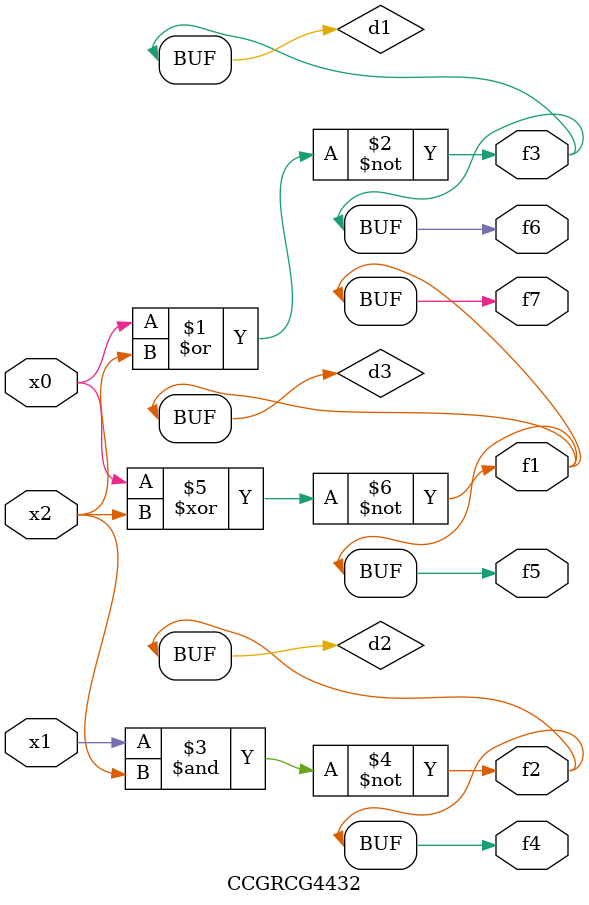
<source format=v>
module CCGRCG4432(
	input x0, x1, x2,
	output f1, f2, f3, f4, f5, f6, f7
);

	wire d1, d2, d3;

	nor (d1, x0, x2);
	nand (d2, x1, x2);
	xnor (d3, x0, x2);
	assign f1 = d3;
	assign f2 = d2;
	assign f3 = d1;
	assign f4 = d2;
	assign f5 = d3;
	assign f6 = d1;
	assign f7 = d3;
endmodule

</source>
